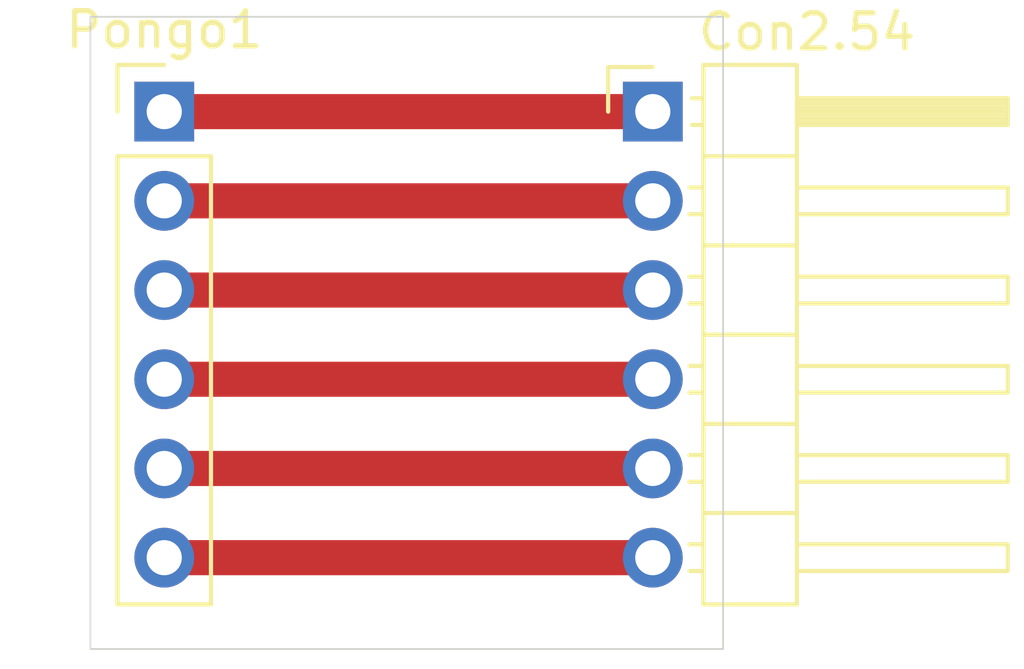
<source format=kicad_pcb>
(kicad_pcb (version 20200119) (host pcbnew "(5.99.0-1103-gc05bcac7b)")

  (general
    (thickness 1.6)
    (drawings 4)
    (tracks 6)
    (modules 2)
    (nets 7)
  )

  (page "A4")
  (layers
    (0 "F.Cu" signal)
    (31 "B.Cu" signal)
    (32 "B.Adhes" user)
    (33 "F.Adhes" user)
    (34 "B.Paste" user)
    (35 "F.Paste" user)
    (36 "B.SilkS" user)
    (37 "F.SilkS" user)
    (38 "B.Mask" user)
    (39 "F.Mask" user)
    (40 "Dwgs.User" user)
    (41 "Cmts.User" user)
    (42 "Eco1.User" user)
    (43 "Eco2.User" user)
    (44 "Edge.Cuts" user)
    (45 "Margin" user)
    (46 "B.CrtYd" user)
    (47 "F.CrtYd" user)
    (48 "B.Fab" user)
    (49 "F.Fab" user)
  )

  (setup
    (stackup
      (layer "F.SilkS" (type "Top Silk Screen"))
      (layer "F.Paste" (type "Top Solder Paste"))
      (layer "F.Mask" (type "Top Solder Mask") (color "Green") (thickness 0.01))
      (layer "F.Cu" (type "copper") (thickness 0.035))
      (layer "dielectric 1" (type "core") (thickness 1.51) (material "FR4") (epsilon_r 4.5) (loss_tangent 0.02))
      (layer "B.Cu" (type "copper") (thickness 0.035))
      (layer "B.Mask" (type "Bottom Solder Mask") (color "Green") (thickness 0.01))
      (layer "B.Paste" (type "Bottom Solder Paste"))
      (layer "B.SilkS" (type "Bottom Silk Screen"))
      (copper_finish "None")
      (dielectric_constraints no)
    )
    (last_trace_width 1)
    (user_trace_width 0.5)
    (user_trace_width 0.8)
    (user_trace_width 1)
    (user_trace_width 1.2)
    (trace_clearance 0.2)
    (zone_clearance 0.2)
    (zone_45_only no)
    (trace_min 0.2)
    (via_size 0.8)
    (via_drill 0.4)
    (via_min_size 0.4)
    (via_min_drill 0.3)
    (uvia_size 0.3)
    (uvia_drill 0.1)
    (uvias_allowed no)
    (uvia_min_size 0.2)
    (uvia_min_drill 0.1)
    (max_error 0.005)
    (defaults
      (edge_clearance 0.01)
      (edge_cuts_line_width 0.05)
      (courtyard_line_width 0.05)
      (copper_line_width 0.2)
      (copper_text_dims (size 1.5 1.5) (thickness 0.3))
      (silk_line_width 0.12)
      (silk_text_dims (size 1 1) (thickness 0.15))
      (other_layers_line_width 0.1)
      (other_layers_text_dims (size 1 1) (thickness 0.15))
      (dimension_units 0)
      (dimension_precision 1)
    )
    (pad_size 1.524 1.524)
    (pad_drill 0.762)
    (pad_to_mask_clearance 0.051)
    (solder_mask_min_width 0.25)
    (aux_axis_origin 120 110)
    (grid_origin 120 110)
    (visible_elements FFFFFF7F)
    (pcbplotparams
      (layerselection 0x010fc_ffffffff)
      (usegerberextensions false)
      (usegerberattributes false)
      (usegerberadvancedattributes false)
      (creategerberjobfile false)
      (excludeedgelayer true)
      (linewidth 0.100000)
      (plotframeref false)
      (viasonmask false)
      (mode 1)
      (useauxorigin true)
      (hpglpennumber 1)
      (hpglpenspeed 20)
      (hpglpendiameter 15.000000)
      (psnegative false)
      (psa4output false)
      (plotreference true)
      (plotvalue true)
      (plotinvisibletext false)
      (padsonsilk false)
      (subtractmaskfromsilk false)
      (outputformat 1)
      (mirror false)
      (drillshape 0)
      (scaleselection 1)
      (outputdirectory "gerber/")
    )
  )

  (net 0 "")
  (net 1 "HEAT")
  (net 2 "DATA")
  (net 3 "GND")
  (net 4 "SCK")
  (net 5 "VDD")
  (net 6 "HEAT_GND")

  (net_class "Default" "This is the default net class."
    (clearance 0.2)
    (trace_width 0.25)
    (via_dia 0.8)
    (via_drill 0.4)
    (uvia_dia 0.3)
    (uvia_drill 0.1)
    (add_net "DATA")
    (add_net "GND")
    (add_net "HEAT")
    (add_net "HEAT_GND")
    (add_net "SCK")
    (add_net "VDD")
  )

  (module "Connector_PinHeader_2.54mm:PinHeader_1x06_P2.54mm_Vertical" (layer "F.Cu") (tedit 59FED5CC) (tstamp 4997d4f9-98dc-4caa-bf94-188fae6568cc)
    (at 122.1 94.7)
    (descr "Through hole straight pin header, 1x06, 2.54mm pitch, single row")
    (tags "Through hole pin header THT 1x06 2.54mm single row")
    (path "/00000000-0000-0000-0000-00005e9cc256")
    (fp_text reference "Pongo1" (at 0 -2.33) (layer "F.SilkS")
      (effects (font (size 1 1) (thickness 0.15)))
    )
    (fp_text value "Conn_01x06" (at 0 15.03) (layer "F.Fab")
      (effects (font (size 1 1) (thickness 0.15)))
    )
    (fp_line (start -0.635 -1.27) (end 1.27 -1.27) (layer "F.Fab") (width 0.1))
    (fp_line (start 1.27 -1.27) (end 1.27 13.97) (layer "F.Fab") (width 0.1))
    (fp_line (start 1.27 13.97) (end -1.27 13.97) (layer "F.Fab") (width 0.1))
    (fp_line (start -1.27 13.97) (end -1.27 -0.635) (layer "F.Fab") (width 0.1))
    (fp_line (start -1.27 -0.635) (end -0.635 -1.27) (layer "F.Fab") (width 0.1))
    (fp_line (start -1.33 14.03) (end 1.33 14.03) (layer "F.SilkS") (width 0.12))
    (fp_line (start -1.33 1.27) (end -1.33 14.03) (layer "F.SilkS") (width 0.12))
    (fp_line (start 1.33 1.27) (end 1.33 14.03) (layer "F.SilkS") (width 0.12))
    (fp_line (start -1.33 1.27) (end 1.33 1.27) (layer "F.SilkS") (width 0.12))
    (fp_line (start -1.33 0) (end -1.33 -1.33) (layer "F.SilkS") (width 0.12))
    (fp_line (start -1.33 -1.33) (end 0 -1.33) (layer "F.SilkS") (width 0.12))
    (fp_line (start -1.8 -1.8) (end -1.8 14.5) (layer "F.CrtYd") (width 0.05))
    (fp_line (start -1.8 14.5) (end 1.8 14.5) (layer "F.CrtYd") (width 0.05))
    (fp_line (start 1.8 14.5) (end 1.8 -1.8) (layer "F.CrtYd") (width 0.05))
    (fp_line (start 1.8 -1.8) (end -1.8 -1.8) (layer "F.CrtYd") (width 0.05))
    (fp_text user "%R" (at 0 6.35 90) (layer "F.Fab")
      (effects (font (size 1 1) (thickness 0.15)))
    )
    (pad "6" thru_hole oval (at 0 12.7) (size 1.7 1.7) (drill 1) (layers *.Cu *.Mask)
      (net 1 "HEAT") (tstamp e0aee2be-061a-4c6c-b0e6-3df9636a1696))
    (pad "5" thru_hole oval (at 0 10.16) (size 1.7 1.7) (drill 1) (layers *.Cu *.Mask)
      (net 2 "DATA") (tstamp 8f1d9ea2-f87b-4688-98c3-7880014876cf))
    (pad "4" thru_hole oval (at 0 7.62) (size 1.7 1.7) (drill 1) (layers *.Cu *.Mask)
      (net 3 "GND") (tstamp 9a858ef4-30f6-40df-8932-1dedcc826448))
    (pad "3" thru_hole oval (at 0 5.08) (size 1.7 1.7) (drill 1) (layers *.Cu *.Mask)
      (net 4 "SCK") (tstamp 4b1230aa-44a1-4ca6-9c20-4a1125922197))
    (pad "2" thru_hole oval (at 0 2.54) (size 1.7 1.7) (drill 1) (layers *.Cu *.Mask)
      (net 5 "VDD") (tstamp 3f12f0d3-0835-4fe4-b7e7-bedc166308c7))
    (pad "1" thru_hole rect (at 0 0) (size 1.7 1.7) (drill 1) (layers *.Cu *.Mask)
      (net 6 "HEAT_GND") (tstamp fb6e48db-46f1-4203-ba26-4578b32db627))
    (model "${KISYS3DMOD}/Connector_PinHeader_2.54mm.3dshapes/PinHeader_1x06_P2.54mm_Vertical.wrl"
      (at (xyz 0 0 0))
      (scale (xyz 1 1 1))
      (rotate (xyz 0 0 0))
    )
  )

  (module "Connector_PinHeader_2.54mm:PinHeader_1x06_P2.54mm_Horizontal" (layer "F.Cu") (tedit 59FED5CB) (tstamp 964fc127-8009-4399-84c6-f8fe7364aafd)
    (at 136 94.7)
    (descr "Through hole angled pin header, 1x06, 2.54mm pitch, 6mm pin length, single row")
    (tags "Through hole angled pin header THT 1x06 2.54mm single row")
    (path "/00000000-0000-0000-0000-00005e9d2415")
    (fp_text reference "Con2.54" (at 4.385 -2.27) (layer "F.SilkS")
      (effects (font (size 1 1) (thickness 0.15)))
    )
    (fp_text value "Conn_01x06" (at 4.385 14.97) (layer "F.Fab")
      (effects (font (size 1 1) (thickness 0.15)))
    )
    (fp_line (start 2.135 -1.27) (end 4.04 -1.27) (layer "F.Fab") (width 0.1))
    (fp_line (start 4.04 -1.27) (end 4.04 13.97) (layer "F.Fab") (width 0.1))
    (fp_line (start 4.04 13.97) (end 1.5 13.97) (layer "F.Fab") (width 0.1))
    (fp_line (start 1.5 13.97) (end 1.5 -0.635) (layer "F.Fab") (width 0.1))
    (fp_line (start 1.5 -0.635) (end 2.135 -1.27) (layer "F.Fab") (width 0.1))
    (fp_line (start -0.32 -0.32) (end 1.5 -0.32) (layer "F.Fab") (width 0.1))
    (fp_line (start -0.32 -0.32) (end -0.32 0.32) (layer "F.Fab") (width 0.1))
    (fp_line (start -0.32 0.32) (end 1.5 0.32) (layer "F.Fab") (width 0.1))
    (fp_line (start 4.04 -0.32) (end 10.04 -0.32) (layer "F.Fab") (width 0.1))
    (fp_line (start 10.04 -0.32) (end 10.04 0.32) (layer "F.Fab") (width 0.1))
    (fp_line (start 4.04 0.32) (end 10.04 0.32) (layer "F.Fab") (width 0.1))
    (fp_line (start -0.32 2.22) (end 1.5 2.22) (layer "F.Fab") (width 0.1))
    (fp_line (start -0.32 2.22) (end -0.32 2.86) (layer "F.Fab") (width 0.1))
    (fp_line (start -0.32 2.86) (end 1.5 2.86) (layer "F.Fab") (width 0.1))
    (fp_line (start 4.04 2.22) (end 10.04 2.22) (layer "F.Fab") (width 0.1))
    (fp_line (start 10.04 2.22) (end 10.04 2.86) (layer "F.Fab") (width 0.1))
    (fp_line (start 4.04 2.86) (end 10.04 2.86) (layer "F.Fab") (width 0.1))
    (fp_line (start -0.32 4.76) (end 1.5 4.76) (layer "F.Fab") (width 0.1))
    (fp_line (start -0.32 4.76) (end -0.32 5.4) (layer "F.Fab") (width 0.1))
    (fp_line (start -0.32 5.4) (end 1.5 5.4) (layer "F.Fab") (width 0.1))
    (fp_line (start 4.04 4.76) (end 10.04 4.76) (layer "F.Fab") (width 0.1))
    (fp_line (start 10.04 4.76) (end 10.04 5.4) (layer "F.Fab") (width 0.1))
    (fp_line (start 4.04 5.4) (end 10.04 5.4) (layer "F.Fab") (width 0.1))
    (fp_line (start -0.32 7.3) (end 1.5 7.3) (layer "F.Fab") (width 0.1))
    (fp_line (start -0.32 7.3) (end -0.32 7.94) (layer "F.Fab") (width 0.1))
    (fp_line (start -0.32 7.94) (end 1.5 7.94) (layer "F.Fab") (width 0.1))
    (fp_line (start 4.04 7.3) (end 10.04 7.3) (layer "F.Fab") (width 0.1))
    (fp_line (start 10.04 7.3) (end 10.04 7.94) (layer "F.Fab") (width 0.1))
    (fp_line (start 4.04 7.94) (end 10.04 7.94) (layer "F.Fab") (width 0.1))
    (fp_line (start -0.32 9.84) (end 1.5 9.84) (layer "F.Fab") (width 0.1))
    (fp_line (start -0.32 9.84) (end -0.32 10.48) (layer "F.Fab") (width 0.1))
    (fp_line (start -0.32 10.48) (end 1.5 10.48) (layer "F.Fab") (width 0.1))
    (fp_line (start 4.04 9.84) (end 10.04 9.84) (layer "F.Fab") (width 0.1))
    (fp_line (start 10.04 9.84) (end 10.04 10.48) (layer "F.Fab") (width 0.1))
    (fp_line (start 4.04 10.48) (end 10.04 10.48) (layer "F.Fab") (width 0.1))
    (fp_line (start -0.32 12.38) (end 1.5 12.38) (layer "F.Fab") (width 0.1))
    (fp_line (start -0.32 12.38) (end -0.32 13.02) (layer "F.Fab") (width 0.1))
    (fp_line (start -0.32 13.02) (end 1.5 13.02) (layer "F.Fab") (width 0.1))
    (fp_line (start 4.04 12.38) (end 10.04 12.38) (layer "F.Fab") (width 0.1))
    (fp_line (start 10.04 12.38) (end 10.04 13.02) (layer "F.Fab") (width 0.1))
    (fp_line (start 4.04 13.02) (end 10.04 13.02) (layer "F.Fab") (width 0.1))
    (fp_line (start 1.44 -1.33) (end 1.44 14.03) (layer "F.SilkS") (width 0.12))
    (fp_line (start 1.44 14.03) (end 4.1 14.03) (layer "F.SilkS") (width 0.12))
    (fp_line (start 4.1 14.03) (end 4.1 -1.33) (layer "F.SilkS") (width 0.12))
    (fp_line (start 4.1 -1.33) (end 1.44 -1.33) (layer "F.SilkS") (width 0.12))
    (fp_line (start 4.1 -0.38) (end 10.1 -0.38) (layer "F.SilkS") (width 0.12))
    (fp_line (start 10.1 -0.38) (end 10.1 0.38) (layer "F.SilkS") (width 0.12))
    (fp_line (start 10.1 0.38) (end 4.1 0.38) (layer "F.SilkS") (width 0.12))
    (fp_line (start 4.1 -0.32) (end 10.1 -0.32) (layer "F.SilkS") (width 0.12))
    (fp_line (start 4.1 -0.2) (end 10.1 -0.2) (layer "F.SilkS") (width 0.12))
    (fp_line (start 4.1 -0.08) (end 10.1 -0.08) (layer "F.SilkS") (width 0.12))
    (fp_line (start 4.1 0.04) (end 10.1 0.04) (layer "F.SilkS") (width 0.12))
    (fp_line (start 4.1 0.16) (end 10.1 0.16) (layer "F.SilkS") (width 0.12))
    (fp_line (start 4.1 0.28) (end 10.1 0.28) (layer "F.SilkS") (width 0.12))
    (fp_line (start 1.11 -0.38) (end 1.44 -0.38) (layer "F.SilkS") (width 0.12))
    (fp_line (start 1.11 0.38) (end 1.44 0.38) (layer "F.SilkS") (width 0.12))
    (fp_line (start 1.44 1.27) (end 4.1 1.27) (layer "F.SilkS") (width 0.12))
    (fp_line (start 4.1 2.16) (end 10.1 2.16) (layer "F.SilkS") (width 0.12))
    (fp_line (start 10.1 2.16) (end 10.1 2.92) (layer "F.SilkS") (width 0.12))
    (fp_line (start 10.1 2.92) (end 4.1 2.92) (layer "F.SilkS") (width 0.12))
    (fp_line (start 1.042929 2.16) (end 1.44 2.16) (layer "F.SilkS") (width 0.12))
    (fp_line (start 1.042929 2.92) (end 1.44 2.92) (layer "F.SilkS") (width 0.12))
    (fp_line (start 1.44 3.81) (end 4.1 3.81) (layer "F.SilkS") (width 0.12))
    (fp_line (start 4.1 4.7) (end 10.1 4.7) (layer "F.SilkS") (width 0.12))
    (fp_line (start 10.1 4.7) (end 10.1 5.46) (layer "F.SilkS") (width 0.12))
    (fp_line (start 10.1 5.46) (end 4.1 5.46) (layer "F.SilkS") (width 0.12))
    (fp_line (start 1.042929 4.7) (end 1.44 4.7) (layer "F.SilkS") (width 0.12))
    (fp_line (start 1.042929 5.46) (end 1.44 5.46) (layer "F.SilkS") (width 0.12))
    (fp_line (start 1.44 6.35) (end 4.1 6.35) (layer "F.SilkS") (width 0.12))
    (fp_line (start 4.1 7.24) (end 10.1 7.24) (layer "F.SilkS") (width 0.12))
    (fp_line (start 10.1 7.24) (end 10.1 8) (layer "F.SilkS") (width 0.12))
    (fp_line (start 10.1 8) (end 4.1 8) (layer "F.SilkS") (width 0.12))
    (fp_line (start 1.042929 7.24) (end 1.44 7.24) (layer "F.SilkS") (width 0.12))
    (fp_line (start 1.042929 8) (end 1.44 8) (layer "F.SilkS") (width 0.12))
    (fp_line (start 1.44 8.89) (end 4.1 8.89) (layer "F.SilkS") (width 0.12))
    (fp_line (start 4.1 9.78) (end 10.1 9.78) (layer "F.SilkS") (width 0.12))
    (fp_line (start 10.1 9.78) (end 10.1 10.54) (layer "F.SilkS") (width 0.12))
    (fp_line (start 10.1 10.54) (end 4.1 10.54) (layer "F.SilkS") (width 0.12))
    (fp_line (start 1.042929 9.78) (end 1.44 9.78) (layer "F.SilkS") (width 0.12))
    (fp_line (start 1.042929 10.54) (end 1.44 10.54) (layer "F.SilkS") (width 0.12))
    (fp_line (start 1.44 11.43) (end 4.1 11.43) (layer "F.SilkS") (width 0.12))
    (fp_line (start 4.1 12.32) (end 10.1 12.32) (layer "F.SilkS") (width 0.12))
    (fp_line (start 10.1 12.32) (end 10.1 13.08) (layer "F.SilkS") (width 0.12))
    (fp_line (start 10.1 13.08) (end 4.1 13.08) (layer "F.SilkS") (width 0.12))
    (fp_line (start 1.042929 12.32) (end 1.44 12.32) (layer "F.SilkS") (width 0.12))
    (fp_line (start 1.042929 13.08) (end 1.44 13.08) (layer "F.SilkS") (width 0.12))
    (fp_line (start -1.27 0) (end -1.27 -1.27) (layer "F.SilkS") (width 0.12))
    (fp_line (start -1.27 -1.27) (end 0 -1.27) (layer "F.SilkS") (width 0.12))
    (fp_line (start -1.8 -1.8) (end -1.8 14.5) (layer "F.CrtYd") (width 0.05))
    (fp_line (start -1.8 14.5) (end 10.55 14.5) (layer "F.CrtYd") (width 0.05))
    (fp_line (start 10.55 14.5) (end 10.55 -1.8) (layer "F.CrtYd") (width 0.05))
    (fp_line (start 10.55 -1.8) (end -1.8 -1.8) (layer "F.CrtYd") (width 0.05))
    (fp_text user "%R" (at 2.77 6.35 90) (layer "F.Fab")
      (effects (font (size 1 1) (thickness 0.15)))
    )
    (pad "6" thru_hole oval (at 0 12.7) (size 1.7 1.7) (drill 1) (layers *.Cu *.Mask)
      (net 1 "HEAT") (tstamp 35843ebb-83ce-4f43-b441-d0b996a50cdc))
    (pad "5" thru_hole oval (at 0 10.16) (size 1.7 1.7) (drill 1) (layers *.Cu *.Mask)
      (net 2 "DATA") (tstamp ebeffd6f-a6b5-458d-b6a2-2cef4f07b65a))
    (pad "4" thru_hole oval (at 0 7.62) (size 1.7 1.7) (drill 1) (layers *.Cu *.Mask)
      (net 3 "GND") (tstamp a23ed1a2-857c-44a5-91e4-23f2ece1cfe9))
    (pad "3" thru_hole oval (at 0 5.08) (size 1.7 1.7) (drill 1) (layers *.Cu *.Mask)
      (net 4 "SCK") (tstamp 319d9ecb-0412-4cc5-b282-14a83efca01d))
    (pad "2" thru_hole oval (at 0 2.54) (size 1.7 1.7) (drill 1) (layers *.Cu *.Mask)
      (net 5 "VDD") (tstamp 4594b2d3-b66d-430a-b950-c38ea4e511ef))
    (pad "1" thru_hole rect (at 0 0) (size 1.7 1.7) (drill 1) (layers *.Cu *.Mask)
      (net 6 "HEAT_GND") (tstamp 6921d143-f9df-4007-980b-51f1de23031e))
    (model "${KISYS3DMOD}/Connector_PinHeader_2.54mm.3dshapes/PinHeader_1x06_P2.54mm_Horizontal.wrl"
      (at (xyz 0 0 0))
      (scale (xyz 1 1 1))
      (rotate (xyz 0 0 0))
    )
  )

  (gr_line (start 120 92) (end 138 92) (layer "Edge.Cuts") (width 0.05) (tstamp 4595b67c-2d14-45c5-8e8c-28a0a0c5eaa8))
  (gr_line (start 138 92) (end 138 110) (layer "Edge.Cuts") (width 0.05) (tstamp 6639eb1b-4cbb-42a2-a476-80d90ede8f02))
  (gr_line (start 120 92) (end 120 110) (layer "Edge.Cuts") (width 0.05) (tstamp 922169ce-df76-433b-8944-c8dfdd7066a2))
  (gr_line (start 120 110) (end 138 110) (layer "Edge.Cuts") (width 0.05) (tstamp b8034711-8474-4bd9-823c-988caff781e7))

  (segment (start 136 107.4) (end 122.1 107.4) (width 1) (layer "F.Cu") (net 1) (tstamp 6dde8d23-704c-46da-9981-d0fbc9e3a1d2))
  (segment (start 136 104.86) (end 122.1 104.86) (width 1) (layer "F.Cu") (net 2) (tstamp ca209ccd-978f-4f36-8619-140e1e7b57d3))
  (segment (start 136 102.32) (end 122.1 102.32) (width 1) (layer "F.Cu") (net 3) (tstamp 252eb38d-aeb1-4d1f-a327-7da32ca20f9f))
  (segment (start 136 99.78) (end 122.1 99.78) (width 1) (layer "F.Cu") (net 4) (tstamp c98848c9-f794-4192-986f-a32d4226e71b))
  (segment (start 136 97.24) (end 122.1 97.24) (width 1) (layer "F.Cu") (net 5) (tstamp 3314edb3-ae0a-4e4d-be97-4a8758c13a9e))
  (segment (start 136 94.7) (end 122.1 94.7) (width 1) (layer "F.Cu") (net 6) (tstamp ff90cfab-b5e1-49ef-88ce-5b83f07ed067))

)

</source>
